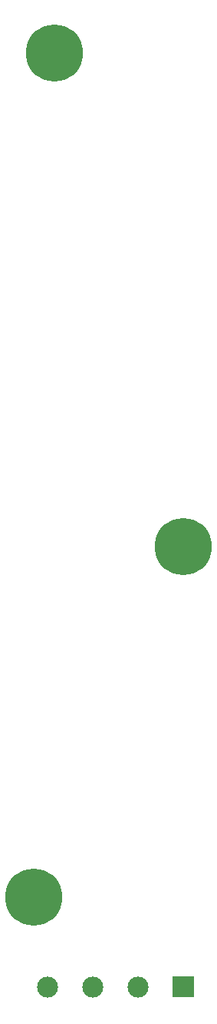
<source format=gbr>
G04 start of page 6 for group -4062 idx -4062 *
G04 Title: LED driver v. 0.1, soldermask *
G04 Creator: pcb 1.99x *
G04 CreationDate: Sun Jun 28 04:20:52 2009 UTC *
G04 For: davidellsworth *
G04 Format: Gerber/RS-274X *
G04 PCB-Dimensions: 113000 493000 *
G04 PCB-Coordinate-Origin: lower left *
%MOIN*%
%FSLAX24Y24*%
%LNBACKMASK*%
%ADD11C,0.0200*%
%ADD32C,0.0911*%
%ADD33C,0.2480*%
G54D11*G36*
X8044Y3255D02*Y2344D01*
X8955D01*
Y3255D01*
X8044D01*
G37*
G54D32*X6531Y2800D03*
X4563D03*
X2594D03*
G54D33*X8500Y21900D03*
X2000Y6700D03*
X2900Y43300D03*
M02*

</source>
